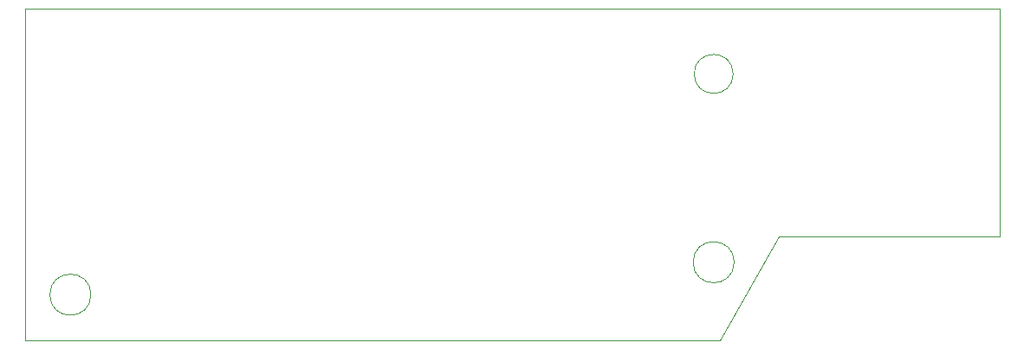
<source format=gm1>
G04 #@! TF.GenerationSoftware,KiCad,Pcbnew,(6.0.2)*
G04 #@! TF.CreationDate,2022-03-10T22:37:31+00:00*
G04 #@! TF.ProjectId,EncoderCMOS,456e636f-6465-4724-934d-4f532e6b6963,rev?*
G04 #@! TF.SameCoordinates,Original*
G04 #@! TF.FileFunction,Profile,NP*
%FSLAX46Y46*%
G04 Gerber Fmt 4.6, Leading zero omitted, Abs format (unit mm)*
G04 Created by KiCad (PCBNEW (6.0.2)) date 2022-03-10 22:37:31*
%MOMM*%
%LPD*%
G01*
G04 APERTURE LIST*
G04 #@! TA.AperFunction,Profile*
%ADD10C,0.100000*%
G04 #@! TD*
G04 APERTURE END LIST*
D10*
X21540646Y-43281600D02*
G75*
G03*
X21540646Y-43281600I-2008046J0D01*
G01*
X84405646Y-40106600D02*
G75*
G03*
X84405646Y-40106600I-2008046J0D01*
G01*
X84302600Y-21691600D02*
G75*
G03*
X84302600Y-21691600I-1905000J0D01*
G01*
X110337600Y-37566600D02*
X88747600Y-37566600D01*
X88747600Y-37566600D02*
X83032600Y-47726600D01*
X83032600Y-47726600D02*
X15087600Y-47726600D01*
X15087600Y-47726600D02*
X15087600Y-15341600D01*
X15087600Y-15341600D02*
X110337600Y-15341600D01*
X110337600Y-15341600D02*
X110337600Y-37566600D01*
M02*

</source>
